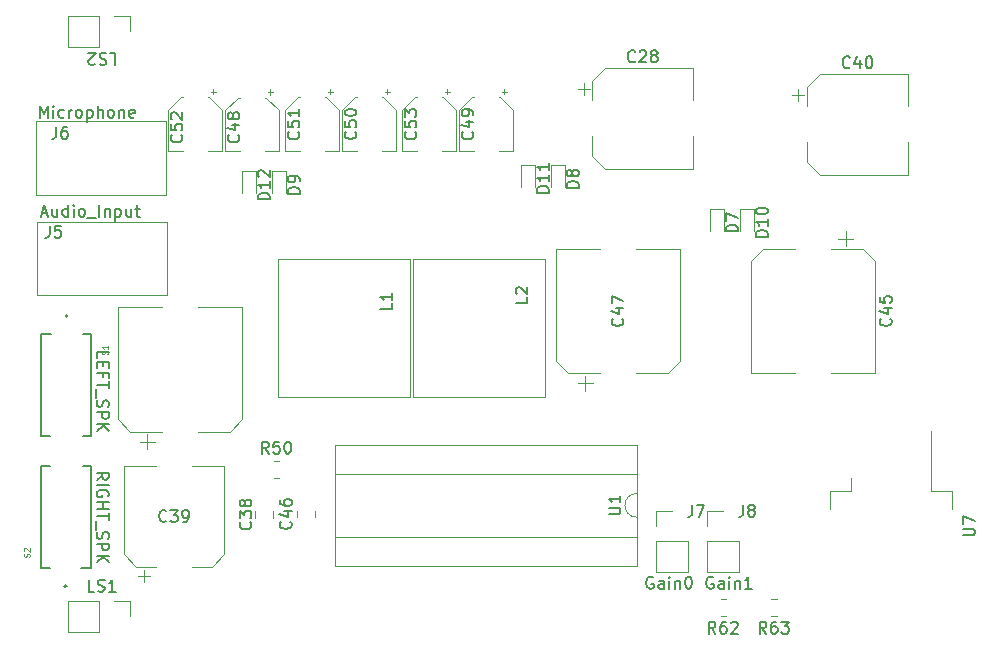
<source format=gbr>
%TF.GenerationSoftware,KiCad,Pcbnew,(5.1.7)-1*%
%TF.CreationDate,2020-12-20T22:11:26+02:00*%
%TF.ProjectId,SOUNDBOX,534f554e-4442-44f5-982e-6b696361645f,rev?*%
%TF.SameCoordinates,Original*%
%TF.FileFunction,Legend,Top*%
%TF.FilePolarity,Positive*%
%FSLAX46Y46*%
G04 Gerber Fmt 4.6, Leading zero omitted, Abs format (unit mm)*
G04 Created by KiCad (PCBNEW (5.1.7)-1) date 2020-12-20 22:11:26*
%MOMM*%
%LPD*%
G01*
G04 APERTURE LIST*
%ADD10C,0.150000*%
%ADD11C,0.120000*%
%ADD12C,0.200000*%
%ADD13C,0.127000*%
%ADD14C,0.015000*%
G04 APERTURE END LIST*
D10*
X51022761Y-124880666D02*
X51498952Y-124880666D01*
X50927523Y-125166380D02*
X51260857Y-124166380D01*
X51594190Y-125166380D01*
X52356095Y-124499714D02*
X52356095Y-125166380D01*
X51927523Y-124499714D02*
X51927523Y-125023523D01*
X51975142Y-125118761D01*
X52070380Y-125166380D01*
X52213238Y-125166380D01*
X52308476Y-125118761D01*
X52356095Y-125071142D01*
X53260857Y-125166380D02*
X53260857Y-124166380D01*
X53260857Y-125118761D02*
X53165619Y-125166380D01*
X52975142Y-125166380D01*
X52879904Y-125118761D01*
X52832285Y-125071142D01*
X52784666Y-124975904D01*
X52784666Y-124690190D01*
X52832285Y-124594952D01*
X52879904Y-124547333D01*
X52975142Y-124499714D01*
X53165619Y-124499714D01*
X53260857Y-124547333D01*
X53737047Y-125166380D02*
X53737047Y-124499714D01*
X53737047Y-124166380D02*
X53689428Y-124214000D01*
X53737047Y-124261619D01*
X53784666Y-124214000D01*
X53737047Y-124166380D01*
X53737047Y-124261619D01*
X54356095Y-125166380D02*
X54260857Y-125118761D01*
X54213238Y-125071142D01*
X54165619Y-124975904D01*
X54165619Y-124690190D01*
X54213238Y-124594952D01*
X54260857Y-124547333D01*
X54356095Y-124499714D01*
X54498952Y-124499714D01*
X54594190Y-124547333D01*
X54641809Y-124594952D01*
X54689428Y-124690190D01*
X54689428Y-124975904D01*
X54641809Y-125071142D01*
X54594190Y-125118761D01*
X54498952Y-125166380D01*
X54356095Y-125166380D01*
X54879904Y-125261619D02*
X55641809Y-125261619D01*
X55879904Y-125166380D02*
X55879904Y-124166380D01*
X56356095Y-124499714D02*
X56356095Y-125166380D01*
X56356095Y-124594952D02*
X56403714Y-124547333D01*
X56498952Y-124499714D01*
X56641809Y-124499714D01*
X56737047Y-124547333D01*
X56784666Y-124642571D01*
X56784666Y-125166380D01*
X57260857Y-124499714D02*
X57260857Y-125499714D01*
X57260857Y-124547333D02*
X57356095Y-124499714D01*
X57546571Y-124499714D01*
X57641809Y-124547333D01*
X57689428Y-124594952D01*
X57737047Y-124690190D01*
X57737047Y-124975904D01*
X57689428Y-125071142D01*
X57641809Y-125118761D01*
X57546571Y-125166380D01*
X57356095Y-125166380D01*
X57260857Y-125118761D01*
X58594190Y-124499714D02*
X58594190Y-125166380D01*
X58165619Y-124499714D02*
X58165619Y-125023523D01*
X58213238Y-125118761D01*
X58308476Y-125166380D01*
X58451333Y-125166380D01*
X58546571Y-125118761D01*
X58594190Y-125071142D01*
X58927523Y-124499714D02*
X59308476Y-124499714D01*
X59070380Y-124166380D02*
X59070380Y-125023523D01*
X59118000Y-125118761D01*
X59213238Y-125166380D01*
X59308476Y-125166380D01*
X50864000Y-116784380D02*
X50864000Y-115784380D01*
X51197333Y-116498666D01*
X51530666Y-115784380D01*
X51530666Y-116784380D01*
X52006857Y-116784380D02*
X52006857Y-116117714D01*
X52006857Y-115784380D02*
X51959238Y-115832000D01*
X52006857Y-115879619D01*
X52054476Y-115832000D01*
X52006857Y-115784380D01*
X52006857Y-115879619D01*
X52911619Y-116736761D02*
X52816380Y-116784380D01*
X52625904Y-116784380D01*
X52530666Y-116736761D01*
X52483047Y-116689142D01*
X52435428Y-116593904D01*
X52435428Y-116308190D01*
X52483047Y-116212952D01*
X52530666Y-116165333D01*
X52625904Y-116117714D01*
X52816380Y-116117714D01*
X52911619Y-116165333D01*
X53340190Y-116784380D02*
X53340190Y-116117714D01*
X53340190Y-116308190D02*
X53387809Y-116212952D01*
X53435428Y-116165333D01*
X53530666Y-116117714D01*
X53625904Y-116117714D01*
X54102095Y-116784380D02*
X54006857Y-116736761D01*
X53959238Y-116689142D01*
X53911619Y-116593904D01*
X53911619Y-116308190D01*
X53959238Y-116212952D01*
X54006857Y-116165333D01*
X54102095Y-116117714D01*
X54244952Y-116117714D01*
X54340190Y-116165333D01*
X54387809Y-116212952D01*
X54435428Y-116308190D01*
X54435428Y-116593904D01*
X54387809Y-116689142D01*
X54340190Y-116736761D01*
X54244952Y-116784380D01*
X54102095Y-116784380D01*
X54864000Y-116117714D02*
X54864000Y-117117714D01*
X54864000Y-116165333D02*
X54959238Y-116117714D01*
X55149714Y-116117714D01*
X55244952Y-116165333D01*
X55292571Y-116212952D01*
X55340190Y-116308190D01*
X55340190Y-116593904D01*
X55292571Y-116689142D01*
X55244952Y-116736761D01*
X55149714Y-116784380D01*
X54959238Y-116784380D01*
X54864000Y-116736761D01*
X55768761Y-116784380D02*
X55768761Y-115784380D01*
X56197333Y-116784380D02*
X56197333Y-116260571D01*
X56149714Y-116165333D01*
X56054476Y-116117714D01*
X55911619Y-116117714D01*
X55816380Y-116165333D01*
X55768761Y-116212952D01*
X56816380Y-116784380D02*
X56721142Y-116736761D01*
X56673523Y-116689142D01*
X56625904Y-116593904D01*
X56625904Y-116308190D01*
X56673523Y-116212952D01*
X56721142Y-116165333D01*
X56816380Y-116117714D01*
X56959238Y-116117714D01*
X57054476Y-116165333D01*
X57102095Y-116212952D01*
X57149714Y-116308190D01*
X57149714Y-116593904D01*
X57102095Y-116689142D01*
X57054476Y-116736761D01*
X56959238Y-116784380D01*
X56816380Y-116784380D01*
X57578285Y-116117714D02*
X57578285Y-116784380D01*
X57578285Y-116212952D02*
X57625904Y-116165333D01*
X57721142Y-116117714D01*
X57864000Y-116117714D01*
X57959238Y-116165333D01*
X58006857Y-116260571D01*
X58006857Y-116784380D01*
X58864000Y-116736761D02*
X58768761Y-116784380D01*
X58578285Y-116784380D01*
X58483047Y-116736761D01*
X58435428Y-116641523D01*
X58435428Y-116260571D01*
X58483047Y-116165333D01*
X58578285Y-116117714D01*
X58768761Y-116117714D01*
X58864000Y-116165333D01*
X58911619Y-116260571D01*
X58911619Y-116355809D01*
X58435428Y-116451047D01*
X55681619Y-147431523D02*
X56157809Y-147098190D01*
X55681619Y-146860095D02*
X56681619Y-146860095D01*
X56681619Y-147241047D01*
X56634000Y-147336285D01*
X56586380Y-147383904D01*
X56491142Y-147431523D01*
X56348285Y-147431523D01*
X56253047Y-147383904D01*
X56205428Y-147336285D01*
X56157809Y-147241047D01*
X56157809Y-146860095D01*
X55681619Y-147860095D02*
X56681619Y-147860095D01*
X56634000Y-148860095D02*
X56681619Y-148764857D01*
X56681619Y-148622000D01*
X56634000Y-148479142D01*
X56538761Y-148383904D01*
X56443523Y-148336285D01*
X56253047Y-148288666D01*
X56110190Y-148288666D01*
X55919714Y-148336285D01*
X55824476Y-148383904D01*
X55729238Y-148479142D01*
X55681619Y-148622000D01*
X55681619Y-148717238D01*
X55729238Y-148860095D01*
X55776857Y-148907714D01*
X56110190Y-148907714D01*
X56110190Y-148717238D01*
X55681619Y-149336285D02*
X56681619Y-149336285D01*
X56205428Y-149336285D02*
X56205428Y-149907714D01*
X55681619Y-149907714D02*
X56681619Y-149907714D01*
X56681619Y-150241047D02*
X56681619Y-150812476D01*
X55681619Y-150526761D02*
X56681619Y-150526761D01*
X55586380Y-150907714D02*
X55586380Y-151669619D01*
X55729238Y-151860095D02*
X55681619Y-152002952D01*
X55681619Y-152241047D01*
X55729238Y-152336285D01*
X55776857Y-152383904D01*
X55872095Y-152431523D01*
X55967333Y-152431523D01*
X56062571Y-152383904D01*
X56110190Y-152336285D01*
X56157809Y-152241047D01*
X56205428Y-152050571D01*
X56253047Y-151955333D01*
X56300666Y-151907714D01*
X56395904Y-151860095D01*
X56491142Y-151860095D01*
X56586380Y-151907714D01*
X56634000Y-151955333D01*
X56681619Y-152050571D01*
X56681619Y-152288666D01*
X56634000Y-152431523D01*
X55681619Y-152860095D02*
X56681619Y-152860095D01*
X56681619Y-153241047D01*
X56634000Y-153336285D01*
X56586380Y-153383904D01*
X56491142Y-153431523D01*
X56348285Y-153431523D01*
X56253047Y-153383904D01*
X56205428Y-153336285D01*
X56157809Y-153241047D01*
X56157809Y-152860095D01*
X55681619Y-153860095D02*
X56681619Y-153860095D01*
X55681619Y-154431523D02*
X56253047Y-154002952D01*
X56681619Y-154431523D02*
X56110190Y-153860095D01*
X55681619Y-137144476D02*
X55681619Y-136668285D01*
X56681619Y-136668285D01*
X56205428Y-137477809D02*
X56205428Y-137811142D01*
X55681619Y-137954000D02*
X55681619Y-137477809D01*
X56681619Y-137477809D01*
X56681619Y-137954000D01*
X56205428Y-138715904D02*
X56205428Y-138382571D01*
X55681619Y-138382571D02*
X56681619Y-138382571D01*
X56681619Y-138858761D01*
X56681619Y-139096857D02*
X56681619Y-139668285D01*
X55681619Y-139382571D02*
X56681619Y-139382571D01*
X55586380Y-139763523D02*
X55586380Y-140525428D01*
X55729238Y-140715904D02*
X55681619Y-140858761D01*
X55681619Y-141096857D01*
X55729238Y-141192095D01*
X55776857Y-141239714D01*
X55872095Y-141287333D01*
X55967333Y-141287333D01*
X56062571Y-141239714D01*
X56110190Y-141192095D01*
X56157809Y-141096857D01*
X56205428Y-140906380D01*
X56253047Y-140811142D01*
X56300666Y-140763523D01*
X56395904Y-140715904D01*
X56491142Y-140715904D01*
X56586380Y-140763523D01*
X56634000Y-140811142D01*
X56681619Y-140906380D01*
X56681619Y-141144476D01*
X56634000Y-141287333D01*
X55681619Y-141715904D02*
X56681619Y-141715904D01*
X56681619Y-142096857D01*
X56634000Y-142192095D01*
X56586380Y-142239714D01*
X56491142Y-142287333D01*
X56348285Y-142287333D01*
X56253047Y-142239714D01*
X56205428Y-142192095D01*
X56157809Y-142096857D01*
X56157809Y-141715904D01*
X55681619Y-142715904D02*
X56681619Y-142715904D01*
X55681619Y-143287333D02*
X56253047Y-142858761D01*
X56681619Y-143287333D02*
X56110190Y-142715904D01*
X107862857Y-155710000D02*
X107767619Y-155662380D01*
X107624761Y-155662380D01*
X107481904Y-155710000D01*
X107386666Y-155805238D01*
X107339047Y-155900476D01*
X107291428Y-156090952D01*
X107291428Y-156233809D01*
X107339047Y-156424285D01*
X107386666Y-156519523D01*
X107481904Y-156614761D01*
X107624761Y-156662380D01*
X107720000Y-156662380D01*
X107862857Y-156614761D01*
X107910476Y-156567142D01*
X107910476Y-156233809D01*
X107720000Y-156233809D01*
X108767619Y-156662380D02*
X108767619Y-156138571D01*
X108720000Y-156043333D01*
X108624761Y-155995714D01*
X108434285Y-155995714D01*
X108339047Y-156043333D01*
X108767619Y-156614761D02*
X108672380Y-156662380D01*
X108434285Y-156662380D01*
X108339047Y-156614761D01*
X108291428Y-156519523D01*
X108291428Y-156424285D01*
X108339047Y-156329047D01*
X108434285Y-156281428D01*
X108672380Y-156281428D01*
X108767619Y-156233809D01*
X109243809Y-156662380D02*
X109243809Y-155995714D01*
X109243809Y-155662380D02*
X109196190Y-155710000D01*
X109243809Y-155757619D01*
X109291428Y-155710000D01*
X109243809Y-155662380D01*
X109243809Y-155757619D01*
X109720000Y-155995714D02*
X109720000Y-156662380D01*
X109720000Y-156090952D02*
X109767619Y-156043333D01*
X109862857Y-155995714D01*
X110005714Y-155995714D01*
X110100952Y-156043333D01*
X110148571Y-156138571D01*
X110148571Y-156662380D01*
X111148571Y-156662380D02*
X110577142Y-156662380D01*
X110862857Y-156662380D02*
X110862857Y-155662380D01*
X110767619Y-155805238D01*
X110672380Y-155900476D01*
X110577142Y-155948095D01*
X102782857Y-155710000D02*
X102687619Y-155662380D01*
X102544761Y-155662380D01*
X102401904Y-155710000D01*
X102306666Y-155805238D01*
X102259047Y-155900476D01*
X102211428Y-156090952D01*
X102211428Y-156233809D01*
X102259047Y-156424285D01*
X102306666Y-156519523D01*
X102401904Y-156614761D01*
X102544761Y-156662380D01*
X102640000Y-156662380D01*
X102782857Y-156614761D01*
X102830476Y-156567142D01*
X102830476Y-156233809D01*
X102640000Y-156233809D01*
X103687619Y-156662380D02*
X103687619Y-156138571D01*
X103640000Y-156043333D01*
X103544761Y-155995714D01*
X103354285Y-155995714D01*
X103259047Y-156043333D01*
X103687619Y-156614761D02*
X103592380Y-156662380D01*
X103354285Y-156662380D01*
X103259047Y-156614761D01*
X103211428Y-156519523D01*
X103211428Y-156424285D01*
X103259047Y-156329047D01*
X103354285Y-156281428D01*
X103592380Y-156281428D01*
X103687619Y-156233809D01*
X104163809Y-156662380D02*
X104163809Y-155995714D01*
X104163809Y-155662380D02*
X104116190Y-155710000D01*
X104163809Y-155757619D01*
X104211428Y-155710000D01*
X104163809Y-155662380D01*
X104163809Y-155757619D01*
X104640000Y-155995714D02*
X104640000Y-156662380D01*
X104640000Y-156090952D02*
X104687619Y-156043333D01*
X104782857Y-155995714D01*
X104925714Y-155995714D01*
X105020952Y-156043333D01*
X105068571Y-156138571D01*
X105068571Y-156662380D01*
X105735238Y-155662380D02*
X105830476Y-155662380D01*
X105925714Y-155710000D01*
X105973333Y-155757619D01*
X106020952Y-155852857D01*
X106068571Y-156043333D01*
X106068571Y-156281428D01*
X106020952Y-156471904D01*
X105973333Y-156567142D01*
X105925714Y-156614761D01*
X105830476Y-156662380D01*
X105735238Y-156662380D01*
X105640000Y-156614761D01*
X105592380Y-156567142D01*
X105544761Y-156471904D01*
X105497142Y-156281428D01*
X105497142Y-156043333D01*
X105544761Y-155852857D01*
X105592380Y-155757619D01*
X105640000Y-155710000D01*
X105735238Y-155662380D01*
D11*
%TO.C,R50*%
X71109064Y-147293000D02*
X70654936Y-147293000D01*
X71109064Y-145823000D02*
X70654936Y-145823000D01*
%TO.C,C39*%
X66490000Y-146310000D02*
X63740000Y-146310000D01*
X57970000Y-146310000D02*
X60720000Y-146310000D01*
X57970000Y-153765563D02*
X57970000Y-146310000D01*
X66490000Y-153765563D02*
X66490000Y-146310000D01*
X65425563Y-154830000D02*
X63740000Y-154830000D01*
X59034437Y-154830000D02*
X60720000Y-154830000D01*
X59034437Y-154830000D02*
X57970000Y-153765563D01*
X65425563Y-154830000D02*
X66490000Y-153765563D01*
X59720000Y-156070000D02*
X59720000Y-155070000D01*
X59220000Y-155570000D02*
X60220000Y-155570000D01*
%TO.C,C40*%
X115090000Y-114338000D02*
X115090000Y-115338000D01*
X114590000Y-114838000D02*
X115590000Y-114838000D01*
X115830000Y-120543563D02*
X116894437Y-121608000D01*
X115830000Y-114152437D02*
X116894437Y-113088000D01*
X115830000Y-114152437D02*
X115830000Y-115838000D01*
X115830000Y-120543563D02*
X115830000Y-118858000D01*
X116894437Y-121608000D02*
X124350000Y-121608000D01*
X116894437Y-113088000D02*
X124350000Y-113088000D01*
X124350000Y-113088000D02*
X124350000Y-115838000D01*
X124350000Y-121608000D02*
X124350000Y-118858000D01*
%TO.C,U7*%
X119546000Y-148434000D02*
X119546000Y-147334000D01*
X117736000Y-148434000D02*
X119546000Y-148434000D01*
X117736000Y-149934000D02*
X117736000Y-148434000D01*
X126326000Y-148434000D02*
X126326000Y-143309000D01*
X128136000Y-148434000D02*
X126326000Y-148434000D01*
X128136000Y-149934000D02*
X128136000Y-148434000D01*
%TO.C,L2*%
X82423000Y-140462000D02*
X82423000Y-128778000D01*
X82423000Y-128778000D02*
X93599000Y-128778000D01*
X93599000Y-128778000D02*
X93599000Y-140462000D01*
X93599000Y-140462000D02*
X82423000Y-140462000D01*
%TO.C,C47*%
X96437000Y-139285000D02*
X97687000Y-139285000D01*
X97062000Y-139910000D02*
X97062000Y-138660000D01*
X104017563Y-138420000D02*
X105082000Y-137355563D01*
X95626437Y-138420000D02*
X94562000Y-137355563D01*
X95626437Y-138420000D02*
X98312000Y-138420000D01*
X104017563Y-138420000D02*
X101332000Y-138420000D01*
X105082000Y-137355563D02*
X105082000Y-127900000D01*
X94562000Y-137355563D02*
X94562000Y-127900000D01*
X94562000Y-127900000D02*
X98312000Y-127900000D01*
X105082000Y-127900000D02*
X101332000Y-127900000D01*
%TO.C,C28*%
X106166000Y-121100000D02*
X106166000Y-118350000D01*
X106166000Y-112580000D02*
X106166000Y-115330000D01*
X98710437Y-112580000D02*
X106166000Y-112580000D01*
X98710437Y-121100000D02*
X106166000Y-121100000D01*
X97646000Y-120035563D02*
X97646000Y-118350000D01*
X97646000Y-113644437D02*
X97646000Y-115330000D01*
X97646000Y-113644437D02*
X98710437Y-112580000D01*
X97646000Y-120035563D02*
X98710437Y-121100000D01*
X96406000Y-114330000D02*
X97406000Y-114330000D01*
X96906000Y-113830000D02*
X96906000Y-114830000D01*
%TO.C,C36*%
X67998000Y-132852000D02*
X64248000Y-132852000D01*
X57478000Y-132852000D02*
X61228000Y-132852000D01*
X57478000Y-142307563D02*
X57478000Y-132852000D01*
X67998000Y-142307563D02*
X67998000Y-132852000D01*
X66933563Y-143372000D02*
X64248000Y-143372000D01*
X58542437Y-143372000D02*
X61228000Y-143372000D01*
X58542437Y-143372000D02*
X57478000Y-142307563D01*
X66933563Y-143372000D02*
X67998000Y-142307563D01*
X59978000Y-144862000D02*
X59978000Y-143612000D01*
X59353000Y-144237000D02*
X60603000Y-144237000D01*
%TO.C,C38*%
X70585000Y-150128248D02*
X70585000Y-150650752D01*
X69115000Y-150128248D02*
X69115000Y-150650752D01*
%TO.C,C46*%
X72671000Y-150607752D02*
X72671000Y-150085248D01*
X74141000Y-150607752D02*
X74141000Y-150085248D01*
%TO.C,J5*%
X50636000Y-125598000D02*
X61626000Y-125598000D01*
X61616000Y-131798000D02*
X50636000Y-131798000D01*
X50636000Y-131798000D02*
X50636000Y-125598000D01*
X61626000Y-125598000D02*
X61626000Y-131798000D01*
%TO.C,LS1*%
X53280000Y-157674000D02*
X53280000Y-160334000D01*
X55880000Y-157674000D02*
X53280000Y-157674000D01*
X55880000Y-160334000D02*
X53280000Y-160334000D01*
X55880000Y-157674000D02*
X55880000Y-160334000D01*
X57150000Y-157674000D02*
X58480000Y-157674000D01*
X58480000Y-157674000D02*
X58480000Y-159004000D01*
%TO.C,LS2*%
X58480000Y-108144000D02*
X58480000Y-109474000D01*
X57150000Y-108144000D02*
X58480000Y-108144000D01*
X55880000Y-108144000D02*
X55880000Y-110804000D01*
X55880000Y-110804000D02*
X53280000Y-110804000D01*
X55880000Y-108144000D02*
X53280000Y-108144000D01*
X53280000Y-108144000D02*
X53280000Y-110804000D01*
D12*
%TO.C,S1*%
X53236000Y-133596000D02*
G75*
G03*
X53236000Y-133596000I-100000J0D01*
G01*
D13*
X55236000Y-135146000D02*
X54486000Y-135146000D01*
X55236000Y-143746000D02*
X55236000Y-135146000D01*
X54486000Y-143746000D02*
X55236000Y-143746000D01*
X50936000Y-143746000D02*
X51686000Y-143746000D01*
X50936000Y-135146000D02*
X50936000Y-143746000D01*
X51786000Y-135146000D02*
X50936000Y-135146000D01*
%TO.C,S2*%
X54386000Y-154922000D02*
X55236000Y-154922000D01*
X55236000Y-154922000D02*
X55236000Y-146322000D01*
X55236000Y-146322000D02*
X54486000Y-146322000D01*
X51686000Y-146322000D02*
X50936000Y-146322000D01*
X50936000Y-146322000D02*
X50936000Y-154922000D01*
X50936000Y-154922000D02*
X51686000Y-154922000D01*
D12*
X53136000Y-156472000D02*
G75*
G03*
X53136000Y-156472000I-100000J0D01*
G01*
D11*
%TO.C,U1*%
X101466000Y-154746000D02*
X101466000Y-144466000D01*
X75826000Y-154746000D02*
X101466000Y-154746000D01*
X75826000Y-144466000D02*
X75826000Y-154746000D01*
X101466000Y-144466000D02*
X75826000Y-144466000D01*
X101406000Y-152256000D02*
X101406000Y-150606000D01*
X75886000Y-152256000D02*
X101406000Y-152256000D01*
X75886000Y-146956000D02*
X75886000Y-152256000D01*
X101406000Y-146956000D02*
X75886000Y-146956000D01*
X101406000Y-148606000D02*
X101406000Y-146956000D01*
X101406000Y-150606000D02*
G75*
G02*
X101406000Y-148606000I0J1000000D01*
G01*
%TO.C,L1*%
X70993000Y-128778000D02*
X82169000Y-128778000D01*
X70993000Y-140462000D02*
X70993000Y-128778000D01*
X82169000Y-140462000D02*
X70993000Y-140462000D01*
X82169000Y-128778000D02*
X82169000Y-140462000D01*
%TO.C,C45*%
X119717000Y-127035000D02*
X118467000Y-127035000D01*
X119092000Y-126410000D02*
X119092000Y-127660000D01*
X112136437Y-127900000D02*
X111072000Y-128964437D01*
X120527563Y-127900000D02*
X121592000Y-128964437D01*
X120527563Y-127900000D02*
X117842000Y-127900000D01*
X112136437Y-127900000D02*
X114822000Y-127900000D01*
X111072000Y-128964437D02*
X111072000Y-138420000D01*
X121592000Y-128964437D02*
X121592000Y-138420000D01*
X121592000Y-138420000D02*
X117842000Y-138420000D01*
X111072000Y-138420000D02*
X114822000Y-138420000D01*
%TO.C,C48*%
X70644000Y-114598000D02*
X70144000Y-114598000D01*
X70394000Y-114348000D02*
X70394000Y-114848000D01*
X67638437Y-115088000D02*
X66574000Y-116152437D01*
X70029563Y-115088000D02*
X71094000Y-116152437D01*
X70029563Y-115088000D02*
X69894000Y-115088000D01*
X67638437Y-115088000D02*
X67774000Y-115088000D01*
X66574000Y-116152437D02*
X66574000Y-119608000D01*
X71094000Y-116152437D02*
X71094000Y-119608000D01*
X71094000Y-119608000D02*
X69894000Y-119608000D01*
X66574000Y-119608000D02*
X67774000Y-119608000D01*
%TO.C,C49*%
X90456000Y-114576000D02*
X89956000Y-114576000D01*
X90206000Y-114326000D02*
X90206000Y-114826000D01*
X87450437Y-115066000D02*
X86386000Y-116130437D01*
X89841563Y-115066000D02*
X90906000Y-116130437D01*
X89841563Y-115066000D02*
X89706000Y-115066000D01*
X87450437Y-115066000D02*
X87586000Y-115066000D01*
X86386000Y-116130437D02*
X86386000Y-119586000D01*
X90906000Y-116130437D02*
X90906000Y-119586000D01*
X90906000Y-119586000D02*
X89706000Y-119586000D01*
X86386000Y-119586000D02*
X87586000Y-119586000D01*
%TO.C,C50*%
X80550000Y-114576000D02*
X80050000Y-114576000D01*
X80300000Y-114326000D02*
X80300000Y-114826000D01*
X77544437Y-115066000D02*
X76480000Y-116130437D01*
X79935563Y-115066000D02*
X81000000Y-116130437D01*
X79935563Y-115066000D02*
X79800000Y-115066000D01*
X77544437Y-115066000D02*
X77680000Y-115066000D01*
X76480000Y-116130437D02*
X76480000Y-119586000D01*
X81000000Y-116130437D02*
X81000000Y-119586000D01*
X81000000Y-119586000D02*
X79800000Y-119586000D01*
X76480000Y-119586000D02*
X77680000Y-119586000D01*
%TO.C,C51*%
X71654000Y-119586000D02*
X72854000Y-119586000D01*
X76174000Y-119586000D02*
X74974000Y-119586000D01*
X76174000Y-116130437D02*
X76174000Y-119586000D01*
X71654000Y-116130437D02*
X71654000Y-119586000D01*
X72718437Y-115066000D02*
X72854000Y-115066000D01*
X75109563Y-115066000D02*
X74974000Y-115066000D01*
X75109563Y-115066000D02*
X76174000Y-116130437D01*
X72718437Y-115066000D02*
X71654000Y-116130437D01*
X75474000Y-114326000D02*
X75474000Y-114826000D01*
X75724000Y-114576000D02*
X75224000Y-114576000D01*
%TO.C,C52*%
X61748000Y-119586000D02*
X62948000Y-119586000D01*
X66268000Y-119586000D02*
X65068000Y-119586000D01*
X66268000Y-116130437D02*
X66268000Y-119586000D01*
X61748000Y-116130437D02*
X61748000Y-119586000D01*
X62812437Y-115066000D02*
X62948000Y-115066000D01*
X65203563Y-115066000D02*
X65068000Y-115066000D01*
X65203563Y-115066000D02*
X66268000Y-116130437D01*
X62812437Y-115066000D02*
X61748000Y-116130437D01*
X65568000Y-114326000D02*
X65568000Y-114826000D01*
X65818000Y-114576000D02*
X65318000Y-114576000D01*
%TO.C,C53*%
X81560000Y-119586000D02*
X82760000Y-119586000D01*
X86080000Y-119586000D02*
X84880000Y-119586000D01*
X86080000Y-116130437D02*
X86080000Y-119586000D01*
X81560000Y-116130437D02*
X81560000Y-119586000D01*
X82624437Y-115066000D02*
X82760000Y-115066000D01*
X85015563Y-115066000D02*
X84880000Y-115066000D01*
X85015563Y-115066000D02*
X86080000Y-116130437D01*
X82624437Y-115066000D02*
X81560000Y-116130437D01*
X85380000Y-114326000D02*
X85380000Y-114826000D01*
X85630000Y-114576000D02*
X85130000Y-114576000D01*
%TO.C,J7*%
X103064000Y-150054000D02*
X104394000Y-150054000D01*
X103064000Y-151384000D02*
X103064000Y-150054000D01*
X103064000Y-152654000D02*
X105724000Y-152654000D01*
X105724000Y-152654000D02*
X105724000Y-155254000D01*
X103064000Y-152654000D02*
X103064000Y-155254000D01*
X103064000Y-155254000D02*
X105724000Y-155254000D01*
%TO.C,J8*%
X107382000Y-155254000D02*
X110042000Y-155254000D01*
X107382000Y-152654000D02*
X107382000Y-155254000D01*
X110042000Y-152654000D02*
X110042000Y-155254000D01*
X107382000Y-152654000D02*
X110042000Y-152654000D01*
X107382000Y-151384000D02*
X107382000Y-150054000D01*
X107382000Y-150054000D02*
X108712000Y-150054000D01*
%TO.C,R62*%
X108955064Y-158977000D02*
X108500936Y-158977000D01*
X108955064Y-157507000D02*
X108500936Y-157507000D01*
%TO.C,R63*%
X112786936Y-158977000D02*
X113241064Y-158977000D01*
X112786936Y-157507000D02*
X113241064Y-157507000D01*
%TO.C,J6*%
X61570000Y-117100000D02*
X61570000Y-123300000D01*
X50580000Y-123300000D02*
X50580000Y-117100000D01*
X61560000Y-123300000D02*
X50580000Y-123300000D01*
X50580000Y-117100000D02*
X61570000Y-117100000D01*
%TO.C,D7*%
X108804000Y-124518000D02*
X107604000Y-124518000D01*
X108804000Y-126368000D02*
X108804000Y-124518000D01*
X107604000Y-126368000D02*
X107604000Y-124518000D01*
%TO.C,D8*%
X95342000Y-120832000D02*
X94142000Y-120832000D01*
X95342000Y-122682000D02*
X95342000Y-120832000D01*
X94142000Y-122682000D02*
X94142000Y-120832000D01*
%TO.C,D9*%
X71720000Y-121340000D02*
X70520000Y-121340000D01*
X71720000Y-123190000D02*
X71720000Y-121340000D01*
X70520000Y-123190000D02*
X70520000Y-121340000D01*
%TO.C,D10*%
X110144000Y-126368000D02*
X110144000Y-124518000D01*
X111344000Y-126368000D02*
X111344000Y-124518000D01*
X111344000Y-124518000D02*
X110144000Y-124518000D01*
%TO.C,D11*%
X92802000Y-120770000D02*
X91602000Y-120770000D01*
X92802000Y-122620000D02*
X92802000Y-120770000D01*
X91602000Y-122620000D02*
X91602000Y-120770000D01*
%TO.C,D12*%
X69180000Y-121340000D02*
X67980000Y-121340000D01*
X69180000Y-123190000D02*
X69180000Y-121340000D01*
X67980000Y-123190000D02*
X67980000Y-121340000D01*
%TO.C,R50*%
D10*
X70239142Y-145232380D02*
X69905809Y-144756190D01*
X69667714Y-145232380D02*
X69667714Y-144232380D01*
X70048666Y-144232380D01*
X70143904Y-144280000D01*
X70191523Y-144327619D01*
X70239142Y-144422857D01*
X70239142Y-144565714D01*
X70191523Y-144660952D01*
X70143904Y-144708571D01*
X70048666Y-144756190D01*
X69667714Y-144756190D01*
X71143904Y-144232380D02*
X70667714Y-144232380D01*
X70620095Y-144708571D01*
X70667714Y-144660952D01*
X70762952Y-144613333D01*
X71001047Y-144613333D01*
X71096285Y-144660952D01*
X71143904Y-144708571D01*
X71191523Y-144803809D01*
X71191523Y-145041904D01*
X71143904Y-145137142D01*
X71096285Y-145184761D01*
X71001047Y-145232380D01*
X70762952Y-145232380D01*
X70667714Y-145184761D01*
X70620095Y-145137142D01*
X71810571Y-144232380D02*
X71905809Y-144232380D01*
X72001047Y-144280000D01*
X72048666Y-144327619D01*
X72096285Y-144422857D01*
X72143904Y-144613333D01*
X72143904Y-144851428D01*
X72096285Y-145041904D01*
X72048666Y-145137142D01*
X72001047Y-145184761D01*
X71905809Y-145232380D01*
X71810571Y-145232380D01*
X71715333Y-145184761D01*
X71667714Y-145137142D01*
X71620095Y-145041904D01*
X71572476Y-144851428D01*
X71572476Y-144613333D01*
X71620095Y-144422857D01*
X71667714Y-144327619D01*
X71715333Y-144280000D01*
X71810571Y-144232380D01*
%TO.C,C39*%
X61587142Y-150927142D02*
X61539523Y-150974761D01*
X61396666Y-151022380D01*
X61301428Y-151022380D01*
X61158571Y-150974761D01*
X61063333Y-150879523D01*
X61015714Y-150784285D01*
X60968095Y-150593809D01*
X60968095Y-150450952D01*
X61015714Y-150260476D01*
X61063333Y-150165238D01*
X61158571Y-150070000D01*
X61301428Y-150022380D01*
X61396666Y-150022380D01*
X61539523Y-150070000D01*
X61587142Y-150117619D01*
X61920476Y-150022380D02*
X62539523Y-150022380D01*
X62206190Y-150403333D01*
X62349047Y-150403333D01*
X62444285Y-150450952D01*
X62491904Y-150498571D01*
X62539523Y-150593809D01*
X62539523Y-150831904D01*
X62491904Y-150927142D01*
X62444285Y-150974761D01*
X62349047Y-151022380D01*
X62063333Y-151022380D01*
X61968095Y-150974761D01*
X61920476Y-150927142D01*
X63015714Y-151022380D02*
X63206190Y-151022380D01*
X63301428Y-150974761D01*
X63349047Y-150927142D01*
X63444285Y-150784285D01*
X63491904Y-150593809D01*
X63491904Y-150212857D01*
X63444285Y-150117619D01*
X63396666Y-150070000D01*
X63301428Y-150022380D01*
X63110952Y-150022380D01*
X63015714Y-150070000D01*
X62968095Y-150117619D01*
X62920476Y-150212857D01*
X62920476Y-150450952D01*
X62968095Y-150546190D01*
X63015714Y-150593809D01*
X63110952Y-150641428D01*
X63301428Y-150641428D01*
X63396666Y-150593809D01*
X63444285Y-150546190D01*
X63491904Y-150450952D01*
%TO.C,C40*%
X119447142Y-112505142D02*
X119399523Y-112552761D01*
X119256666Y-112600380D01*
X119161428Y-112600380D01*
X119018571Y-112552761D01*
X118923333Y-112457523D01*
X118875714Y-112362285D01*
X118828095Y-112171809D01*
X118828095Y-112028952D01*
X118875714Y-111838476D01*
X118923333Y-111743238D01*
X119018571Y-111648000D01*
X119161428Y-111600380D01*
X119256666Y-111600380D01*
X119399523Y-111648000D01*
X119447142Y-111695619D01*
X120304285Y-111933714D02*
X120304285Y-112600380D01*
X120066190Y-111552761D02*
X119828095Y-112267047D01*
X120447142Y-112267047D01*
X121018571Y-111600380D02*
X121113809Y-111600380D01*
X121209047Y-111648000D01*
X121256666Y-111695619D01*
X121304285Y-111790857D01*
X121351904Y-111981333D01*
X121351904Y-112219428D01*
X121304285Y-112409904D01*
X121256666Y-112505142D01*
X121209047Y-112552761D01*
X121113809Y-112600380D01*
X121018571Y-112600380D01*
X120923333Y-112552761D01*
X120875714Y-112505142D01*
X120828095Y-112409904D01*
X120780476Y-112219428D01*
X120780476Y-111981333D01*
X120828095Y-111790857D01*
X120875714Y-111695619D01*
X120923333Y-111648000D01*
X121018571Y-111600380D01*
%TO.C,U7*%
X129038380Y-152145904D02*
X129847904Y-152145904D01*
X129943142Y-152098285D01*
X129990761Y-152050666D01*
X130038380Y-151955428D01*
X130038380Y-151764952D01*
X129990761Y-151669714D01*
X129943142Y-151622095D01*
X129847904Y-151574476D01*
X129038380Y-151574476D01*
X129038380Y-151193523D02*
X129038380Y-150526857D01*
X130038380Y-150955428D01*
%TO.C,L2*%
X92146380Y-131992666D02*
X92146380Y-132468857D01*
X91146380Y-132468857D01*
X91241619Y-131706952D02*
X91194000Y-131659333D01*
X91146380Y-131564095D01*
X91146380Y-131326000D01*
X91194000Y-131230761D01*
X91241619Y-131183142D01*
X91336857Y-131135523D01*
X91432095Y-131135523D01*
X91574952Y-131183142D01*
X92146380Y-131754571D01*
X92146380Y-131135523D01*
%TO.C,C47*%
X100179142Y-133802857D02*
X100226761Y-133850476D01*
X100274380Y-133993333D01*
X100274380Y-134088571D01*
X100226761Y-134231428D01*
X100131523Y-134326666D01*
X100036285Y-134374285D01*
X99845809Y-134421904D01*
X99702952Y-134421904D01*
X99512476Y-134374285D01*
X99417238Y-134326666D01*
X99322000Y-134231428D01*
X99274380Y-134088571D01*
X99274380Y-133993333D01*
X99322000Y-133850476D01*
X99369619Y-133802857D01*
X99607714Y-132945714D02*
X100274380Y-132945714D01*
X99226761Y-133183809D02*
X99941047Y-133421904D01*
X99941047Y-132802857D01*
X99274380Y-132517142D02*
X99274380Y-131850476D01*
X100274380Y-132279047D01*
%TO.C,C28*%
X101263142Y-111997142D02*
X101215523Y-112044761D01*
X101072666Y-112092380D01*
X100977428Y-112092380D01*
X100834571Y-112044761D01*
X100739333Y-111949523D01*
X100691714Y-111854285D01*
X100644095Y-111663809D01*
X100644095Y-111520952D01*
X100691714Y-111330476D01*
X100739333Y-111235238D01*
X100834571Y-111140000D01*
X100977428Y-111092380D01*
X101072666Y-111092380D01*
X101215523Y-111140000D01*
X101263142Y-111187619D01*
X101644095Y-111187619D02*
X101691714Y-111140000D01*
X101786952Y-111092380D01*
X102025047Y-111092380D01*
X102120285Y-111140000D01*
X102167904Y-111187619D01*
X102215523Y-111282857D01*
X102215523Y-111378095D01*
X102167904Y-111520952D01*
X101596476Y-112092380D01*
X102215523Y-112092380D01*
X102786952Y-111520952D02*
X102691714Y-111473333D01*
X102644095Y-111425714D01*
X102596476Y-111330476D01*
X102596476Y-111282857D01*
X102644095Y-111187619D01*
X102691714Y-111140000D01*
X102786952Y-111092380D01*
X102977428Y-111092380D01*
X103072666Y-111140000D01*
X103120285Y-111187619D01*
X103167904Y-111282857D01*
X103167904Y-111330476D01*
X103120285Y-111425714D01*
X103072666Y-111473333D01*
X102977428Y-111520952D01*
X102786952Y-111520952D01*
X102691714Y-111568571D01*
X102644095Y-111616190D01*
X102596476Y-111711428D01*
X102596476Y-111901904D01*
X102644095Y-111997142D01*
X102691714Y-112044761D01*
X102786952Y-112092380D01*
X102977428Y-112092380D01*
X103072666Y-112044761D01*
X103120285Y-111997142D01*
X103167904Y-111901904D01*
X103167904Y-111711428D01*
X103120285Y-111616190D01*
X103072666Y-111568571D01*
X102977428Y-111520952D01*
%TO.C,C38*%
X68683142Y-151032357D02*
X68730761Y-151079976D01*
X68778380Y-151222833D01*
X68778380Y-151318071D01*
X68730761Y-151460928D01*
X68635523Y-151556166D01*
X68540285Y-151603785D01*
X68349809Y-151651404D01*
X68206952Y-151651404D01*
X68016476Y-151603785D01*
X67921238Y-151556166D01*
X67826000Y-151460928D01*
X67778380Y-151318071D01*
X67778380Y-151222833D01*
X67826000Y-151079976D01*
X67873619Y-151032357D01*
X67778380Y-150699023D02*
X67778380Y-150079976D01*
X68159333Y-150413309D01*
X68159333Y-150270452D01*
X68206952Y-150175214D01*
X68254571Y-150127595D01*
X68349809Y-150079976D01*
X68587904Y-150079976D01*
X68683142Y-150127595D01*
X68730761Y-150175214D01*
X68778380Y-150270452D01*
X68778380Y-150556166D01*
X68730761Y-150651404D01*
X68683142Y-150699023D01*
X68206952Y-149508547D02*
X68159333Y-149603785D01*
X68111714Y-149651404D01*
X68016476Y-149699023D01*
X67968857Y-149699023D01*
X67873619Y-149651404D01*
X67826000Y-149603785D01*
X67778380Y-149508547D01*
X67778380Y-149318071D01*
X67826000Y-149222833D01*
X67873619Y-149175214D01*
X67968857Y-149127595D01*
X68016476Y-149127595D01*
X68111714Y-149175214D01*
X68159333Y-149222833D01*
X68206952Y-149318071D01*
X68206952Y-149508547D01*
X68254571Y-149603785D01*
X68302190Y-149651404D01*
X68397428Y-149699023D01*
X68587904Y-149699023D01*
X68683142Y-149651404D01*
X68730761Y-149603785D01*
X68778380Y-149508547D01*
X68778380Y-149318071D01*
X68730761Y-149222833D01*
X68683142Y-149175214D01*
X68587904Y-149127595D01*
X68397428Y-149127595D01*
X68302190Y-149175214D01*
X68254571Y-149222833D01*
X68206952Y-149318071D01*
%TO.C,C46*%
X72083142Y-150989357D02*
X72130761Y-151036976D01*
X72178380Y-151179833D01*
X72178380Y-151275071D01*
X72130761Y-151417928D01*
X72035523Y-151513166D01*
X71940285Y-151560785D01*
X71749809Y-151608404D01*
X71606952Y-151608404D01*
X71416476Y-151560785D01*
X71321238Y-151513166D01*
X71226000Y-151417928D01*
X71178380Y-151275071D01*
X71178380Y-151179833D01*
X71226000Y-151036976D01*
X71273619Y-150989357D01*
X71511714Y-150132214D02*
X72178380Y-150132214D01*
X71130761Y-150370309D02*
X71845047Y-150608404D01*
X71845047Y-149989357D01*
X71178380Y-149179833D02*
X71178380Y-149370309D01*
X71226000Y-149465547D01*
X71273619Y-149513166D01*
X71416476Y-149608404D01*
X71606952Y-149656023D01*
X71987904Y-149656023D01*
X72083142Y-149608404D01*
X72130761Y-149560785D01*
X72178380Y-149465547D01*
X72178380Y-149275071D01*
X72130761Y-149179833D01*
X72083142Y-149132214D01*
X71987904Y-149084595D01*
X71749809Y-149084595D01*
X71654571Y-149132214D01*
X71606952Y-149179833D01*
X71559333Y-149275071D01*
X71559333Y-149465547D01*
X71606952Y-149560785D01*
X71654571Y-149608404D01*
X71749809Y-149656023D01*
%TO.C,J5*%
X51690666Y-125944380D02*
X51690666Y-126658666D01*
X51643047Y-126801523D01*
X51547809Y-126896761D01*
X51404952Y-126944380D01*
X51309714Y-126944380D01*
X52643047Y-125944380D02*
X52166857Y-125944380D01*
X52119238Y-126420571D01*
X52166857Y-126372952D01*
X52262095Y-126325333D01*
X52500190Y-126325333D01*
X52595428Y-126372952D01*
X52643047Y-126420571D01*
X52690666Y-126515809D01*
X52690666Y-126753904D01*
X52643047Y-126849142D01*
X52595428Y-126896761D01*
X52500190Y-126944380D01*
X52262095Y-126944380D01*
X52166857Y-126896761D01*
X52119238Y-126849142D01*
%TO.C,LS1*%
X55491142Y-156916380D02*
X55014952Y-156916380D01*
X55014952Y-155916380D01*
X55776857Y-156868761D02*
X55919714Y-156916380D01*
X56157809Y-156916380D01*
X56253047Y-156868761D01*
X56300666Y-156821142D01*
X56348285Y-156725904D01*
X56348285Y-156630666D01*
X56300666Y-156535428D01*
X56253047Y-156487809D01*
X56157809Y-156440190D01*
X55967333Y-156392571D01*
X55872095Y-156344952D01*
X55824476Y-156297333D01*
X55776857Y-156202095D01*
X55776857Y-156106857D01*
X55824476Y-156011619D01*
X55872095Y-155964000D01*
X55967333Y-155916380D01*
X56205428Y-155916380D01*
X56348285Y-155964000D01*
X57300666Y-156916380D02*
X56729238Y-156916380D01*
X57014952Y-156916380D02*
X57014952Y-155916380D01*
X56919714Y-156059238D01*
X56824476Y-156154476D01*
X56729238Y-156202095D01*
%TO.C,LS2*%
X56776857Y-111307619D02*
X57253047Y-111307619D01*
X57253047Y-112307619D01*
X56491142Y-111355238D02*
X56348285Y-111307619D01*
X56110190Y-111307619D01*
X56014952Y-111355238D01*
X55967333Y-111402857D01*
X55919714Y-111498095D01*
X55919714Y-111593333D01*
X55967333Y-111688571D01*
X56014952Y-111736190D01*
X56110190Y-111783809D01*
X56300666Y-111831428D01*
X56395904Y-111879047D01*
X56443523Y-111926666D01*
X56491142Y-112021904D01*
X56491142Y-112117142D01*
X56443523Y-112212380D01*
X56395904Y-112260000D01*
X56300666Y-112307619D01*
X56062571Y-112307619D01*
X55919714Y-112260000D01*
X55538761Y-112212380D02*
X55491142Y-112260000D01*
X55395904Y-112307619D01*
X55157809Y-112307619D01*
X55062571Y-112260000D01*
X55014952Y-112212380D01*
X54967333Y-112117142D01*
X54967333Y-112021904D01*
X55014952Y-111879047D01*
X55586380Y-111307619D01*
X54967333Y-111307619D01*
%TO.C,S1*%
D14*
X56585739Y-136835227D02*
X56608600Y-136766643D01*
X56608600Y-136652336D01*
X56585739Y-136606613D01*
X56562877Y-136583752D01*
X56517154Y-136560890D01*
X56471432Y-136560890D01*
X56425709Y-136583752D01*
X56402847Y-136606613D01*
X56379986Y-136652336D01*
X56357124Y-136743782D01*
X56334263Y-136789505D01*
X56311402Y-136812366D01*
X56265679Y-136835227D01*
X56219956Y-136835227D01*
X56174233Y-136812366D01*
X56151372Y-136789505D01*
X56128510Y-136743782D01*
X56128510Y-136629475D01*
X56151372Y-136560890D01*
X56608600Y-136103662D02*
X56608600Y-136377999D01*
X56608600Y-136240830D02*
X56128510Y-136240830D01*
X56197094Y-136286553D01*
X56242817Y-136332276D01*
X56265679Y-136377999D01*
%TO.C,S2*%
X49974905Y-153964337D02*
X49997766Y-153895753D01*
X49997766Y-153781446D01*
X49974905Y-153735723D01*
X49952043Y-153712862D01*
X49906320Y-153690000D01*
X49860598Y-153690000D01*
X49814875Y-153712862D01*
X49792013Y-153735723D01*
X49769152Y-153781446D01*
X49746290Y-153872892D01*
X49723429Y-153918615D01*
X49700568Y-153941476D01*
X49654845Y-153964337D01*
X49609122Y-153964337D01*
X49563399Y-153941476D01*
X49540538Y-153918615D01*
X49517676Y-153872892D01*
X49517676Y-153758585D01*
X49540538Y-153690000D01*
X49563399Y-153507109D02*
X49540538Y-153484247D01*
X49517676Y-153438525D01*
X49517676Y-153324217D01*
X49540538Y-153278495D01*
X49563399Y-153255633D01*
X49609122Y-153232772D01*
X49654845Y-153232772D01*
X49723429Y-153255633D01*
X49997766Y-153529970D01*
X49997766Y-153232772D01*
%TO.C,U1*%
D10*
X99020380Y-150367904D02*
X99829904Y-150367904D01*
X99925142Y-150320285D01*
X99972761Y-150272666D01*
X100020380Y-150177428D01*
X100020380Y-149986952D01*
X99972761Y-149891714D01*
X99925142Y-149844095D01*
X99829904Y-149796476D01*
X99020380Y-149796476D01*
X100020380Y-148796476D02*
X100020380Y-149367904D01*
X100020380Y-149082190D02*
X99020380Y-149082190D01*
X99163238Y-149177428D01*
X99258476Y-149272666D01*
X99306095Y-149367904D01*
%TO.C,L1*%
X80706380Y-132510666D02*
X80706380Y-132986857D01*
X79706380Y-132986857D01*
X80706380Y-131653523D02*
X80706380Y-132224952D01*
X80706380Y-131939238D02*
X79706380Y-131939238D01*
X79849238Y-132034476D01*
X79944476Y-132129714D01*
X79992095Y-132224952D01*
%TO.C,C45*%
X122889142Y-133802857D02*
X122936761Y-133850476D01*
X122984380Y-133993333D01*
X122984380Y-134088571D01*
X122936761Y-134231428D01*
X122841523Y-134326666D01*
X122746285Y-134374285D01*
X122555809Y-134421904D01*
X122412952Y-134421904D01*
X122222476Y-134374285D01*
X122127238Y-134326666D01*
X122032000Y-134231428D01*
X121984380Y-134088571D01*
X121984380Y-133993333D01*
X122032000Y-133850476D01*
X122079619Y-133802857D01*
X122317714Y-132945714D02*
X122984380Y-132945714D01*
X121936761Y-133183809D02*
X122651047Y-133421904D01*
X122651047Y-132802857D01*
X121984380Y-131945714D02*
X121984380Y-132421904D01*
X122460571Y-132469523D01*
X122412952Y-132421904D01*
X122365333Y-132326666D01*
X122365333Y-132088571D01*
X122412952Y-131993333D01*
X122460571Y-131945714D01*
X122555809Y-131898095D01*
X122793904Y-131898095D01*
X122889142Y-131945714D01*
X122936761Y-131993333D01*
X122984380Y-132088571D01*
X122984380Y-132326666D01*
X122936761Y-132421904D01*
X122889142Y-132469523D01*
%TO.C,C48*%
X67667142Y-118244857D02*
X67714761Y-118292476D01*
X67762380Y-118435333D01*
X67762380Y-118530571D01*
X67714761Y-118673428D01*
X67619523Y-118768666D01*
X67524285Y-118816285D01*
X67333809Y-118863904D01*
X67190952Y-118863904D01*
X67000476Y-118816285D01*
X66905238Y-118768666D01*
X66810000Y-118673428D01*
X66762380Y-118530571D01*
X66762380Y-118435333D01*
X66810000Y-118292476D01*
X66857619Y-118244857D01*
X67095714Y-117387714D02*
X67762380Y-117387714D01*
X66714761Y-117625809D02*
X67429047Y-117863904D01*
X67429047Y-117244857D01*
X67190952Y-116721047D02*
X67143333Y-116816285D01*
X67095714Y-116863904D01*
X67000476Y-116911523D01*
X66952857Y-116911523D01*
X66857619Y-116863904D01*
X66810000Y-116816285D01*
X66762380Y-116721047D01*
X66762380Y-116530571D01*
X66810000Y-116435333D01*
X66857619Y-116387714D01*
X66952857Y-116340095D01*
X67000476Y-116340095D01*
X67095714Y-116387714D01*
X67143333Y-116435333D01*
X67190952Y-116530571D01*
X67190952Y-116721047D01*
X67238571Y-116816285D01*
X67286190Y-116863904D01*
X67381428Y-116911523D01*
X67571904Y-116911523D01*
X67667142Y-116863904D01*
X67714761Y-116816285D01*
X67762380Y-116721047D01*
X67762380Y-116530571D01*
X67714761Y-116435333D01*
X67667142Y-116387714D01*
X67571904Y-116340095D01*
X67381428Y-116340095D01*
X67286190Y-116387714D01*
X67238571Y-116435333D01*
X67190952Y-116530571D01*
%TO.C,C49*%
X87479142Y-117990857D02*
X87526761Y-118038476D01*
X87574380Y-118181333D01*
X87574380Y-118276571D01*
X87526761Y-118419428D01*
X87431523Y-118514666D01*
X87336285Y-118562285D01*
X87145809Y-118609904D01*
X87002952Y-118609904D01*
X86812476Y-118562285D01*
X86717238Y-118514666D01*
X86622000Y-118419428D01*
X86574380Y-118276571D01*
X86574380Y-118181333D01*
X86622000Y-118038476D01*
X86669619Y-117990857D01*
X86907714Y-117133714D02*
X87574380Y-117133714D01*
X86526761Y-117371809D02*
X87241047Y-117609904D01*
X87241047Y-116990857D01*
X87574380Y-116562285D02*
X87574380Y-116371809D01*
X87526761Y-116276571D01*
X87479142Y-116228952D01*
X87336285Y-116133714D01*
X87145809Y-116086095D01*
X86764857Y-116086095D01*
X86669619Y-116133714D01*
X86622000Y-116181333D01*
X86574380Y-116276571D01*
X86574380Y-116467047D01*
X86622000Y-116562285D01*
X86669619Y-116609904D01*
X86764857Y-116657523D01*
X87002952Y-116657523D01*
X87098190Y-116609904D01*
X87145809Y-116562285D01*
X87193428Y-116467047D01*
X87193428Y-116276571D01*
X87145809Y-116181333D01*
X87098190Y-116133714D01*
X87002952Y-116086095D01*
%TO.C,C50*%
X77573142Y-117968857D02*
X77620761Y-118016476D01*
X77668380Y-118159333D01*
X77668380Y-118254571D01*
X77620761Y-118397428D01*
X77525523Y-118492666D01*
X77430285Y-118540285D01*
X77239809Y-118587904D01*
X77096952Y-118587904D01*
X76906476Y-118540285D01*
X76811238Y-118492666D01*
X76716000Y-118397428D01*
X76668380Y-118254571D01*
X76668380Y-118159333D01*
X76716000Y-118016476D01*
X76763619Y-117968857D01*
X76668380Y-117064095D02*
X76668380Y-117540285D01*
X77144571Y-117587904D01*
X77096952Y-117540285D01*
X77049333Y-117445047D01*
X77049333Y-117206952D01*
X77096952Y-117111714D01*
X77144571Y-117064095D01*
X77239809Y-117016476D01*
X77477904Y-117016476D01*
X77573142Y-117064095D01*
X77620761Y-117111714D01*
X77668380Y-117206952D01*
X77668380Y-117445047D01*
X77620761Y-117540285D01*
X77573142Y-117587904D01*
X76668380Y-116397428D02*
X76668380Y-116302190D01*
X76716000Y-116206952D01*
X76763619Y-116159333D01*
X76858857Y-116111714D01*
X77049333Y-116064095D01*
X77287428Y-116064095D01*
X77477904Y-116111714D01*
X77573142Y-116159333D01*
X77620761Y-116206952D01*
X77668380Y-116302190D01*
X77668380Y-116397428D01*
X77620761Y-116492666D01*
X77573142Y-116540285D01*
X77477904Y-116587904D01*
X77287428Y-116635523D01*
X77049333Y-116635523D01*
X76858857Y-116587904D01*
X76763619Y-116540285D01*
X76716000Y-116492666D01*
X76668380Y-116397428D01*
%TO.C,C51*%
X72747142Y-117990857D02*
X72794761Y-118038476D01*
X72842380Y-118181333D01*
X72842380Y-118276571D01*
X72794761Y-118419428D01*
X72699523Y-118514666D01*
X72604285Y-118562285D01*
X72413809Y-118609904D01*
X72270952Y-118609904D01*
X72080476Y-118562285D01*
X71985238Y-118514666D01*
X71890000Y-118419428D01*
X71842380Y-118276571D01*
X71842380Y-118181333D01*
X71890000Y-118038476D01*
X71937619Y-117990857D01*
X71842380Y-117086095D02*
X71842380Y-117562285D01*
X72318571Y-117609904D01*
X72270952Y-117562285D01*
X72223333Y-117467047D01*
X72223333Y-117228952D01*
X72270952Y-117133714D01*
X72318571Y-117086095D01*
X72413809Y-117038476D01*
X72651904Y-117038476D01*
X72747142Y-117086095D01*
X72794761Y-117133714D01*
X72842380Y-117228952D01*
X72842380Y-117467047D01*
X72794761Y-117562285D01*
X72747142Y-117609904D01*
X72842380Y-116086095D02*
X72842380Y-116657523D01*
X72842380Y-116371809D02*
X71842380Y-116371809D01*
X71985238Y-116467047D01*
X72080476Y-116562285D01*
X72128095Y-116657523D01*
%TO.C,C52*%
X62841142Y-118244857D02*
X62888761Y-118292476D01*
X62936380Y-118435333D01*
X62936380Y-118530571D01*
X62888761Y-118673428D01*
X62793523Y-118768666D01*
X62698285Y-118816285D01*
X62507809Y-118863904D01*
X62364952Y-118863904D01*
X62174476Y-118816285D01*
X62079238Y-118768666D01*
X61984000Y-118673428D01*
X61936380Y-118530571D01*
X61936380Y-118435333D01*
X61984000Y-118292476D01*
X62031619Y-118244857D01*
X61936380Y-117340095D02*
X61936380Y-117816285D01*
X62412571Y-117863904D01*
X62364952Y-117816285D01*
X62317333Y-117721047D01*
X62317333Y-117482952D01*
X62364952Y-117387714D01*
X62412571Y-117340095D01*
X62507809Y-117292476D01*
X62745904Y-117292476D01*
X62841142Y-117340095D01*
X62888761Y-117387714D01*
X62936380Y-117482952D01*
X62936380Y-117721047D01*
X62888761Y-117816285D01*
X62841142Y-117863904D01*
X62031619Y-116911523D02*
X61984000Y-116863904D01*
X61936380Y-116768666D01*
X61936380Y-116530571D01*
X61984000Y-116435333D01*
X62031619Y-116387714D01*
X62126857Y-116340095D01*
X62222095Y-116340095D01*
X62364952Y-116387714D01*
X62936380Y-116959142D01*
X62936380Y-116340095D01*
%TO.C,C53*%
X82653142Y-117990857D02*
X82700761Y-118038476D01*
X82748380Y-118181333D01*
X82748380Y-118276571D01*
X82700761Y-118419428D01*
X82605523Y-118514666D01*
X82510285Y-118562285D01*
X82319809Y-118609904D01*
X82176952Y-118609904D01*
X81986476Y-118562285D01*
X81891238Y-118514666D01*
X81796000Y-118419428D01*
X81748380Y-118276571D01*
X81748380Y-118181333D01*
X81796000Y-118038476D01*
X81843619Y-117990857D01*
X81748380Y-117086095D02*
X81748380Y-117562285D01*
X82224571Y-117609904D01*
X82176952Y-117562285D01*
X82129333Y-117467047D01*
X82129333Y-117228952D01*
X82176952Y-117133714D01*
X82224571Y-117086095D01*
X82319809Y-117038476D01*
X82557904Y-117038476D01*
X82653142Y-117086095D01*
X82700761Y-117133714D01*
X82748380Y-117228952D01*
X82748380Y-117467047D01*
X82700761Y-117562285D01*
X82653142Y-117609904D01*
X81748380Y-116705142D02*
X81748380Y-116086095D01*
X82129333Y-116419428D01*
X82129333Y-116276571D01*
X82176952Y-116181333D01*
X82224571Y-116133714D01*
X82319809Y-116086095D01*
X82557904Y-116086095D01*
X82653142Y-116133714D01*
X82700761Y-116181333D01*
X82748380Y-116276571D01*
X82748380Y-116562285D01*
X82700761Y-116657523D01*
X82653142Y-116705142D01*
%TO.C,J7*%
X106092666Y-149566380D02*
X106092666Y-150280666D01*
X106045047Y-150423523D01*
X105949809Y-150518761D01*
X105806952Y-150566380D01*
X105711714Y-150566380D01*
X106473619Y-149566380D02*
X107140285Y-149566380D01*
X106711714Y-150566380D01*
%TO.C,J8*%
X110410666Y-149566380D02*
X110410666Y-150280666D01*
X110363047Y-150423523D01*
X110267809Y-150518761D01*
X110124952Y-150566380D01*
X110029714Y-150566380D01*
X111029714Y-149994952D02*
X110934476Y-149947333D01*
X110886857Y-149899714D01*
X110839238Y-149804476D01*
X110839238Y-149756857D01*
X110886857Y-149661619D01*
X110934476Y-149614000D01*
X111029714Y-149566380D01*
X111220190Y-149566380D01*
X111315428Y-149614000D01*
X111363047Y-149661619D01*
X111410666Y-149756857D01*
X111410666Y-149804476D01*
X111363047Y-149899714D01*
X111315428Y-149947333D01*
X111220190Y-149994952D01*
X111029714Y-149994952D01*
X110934476Y-150042571D01*
X110886857Y-150090190D01*
X110839238Y-150185428D01*
X110839238Y-150375904D01*
X110886857Y-150471142D01*
X110934476Y-150518761D01*
X111029714Y-150566380D01*
X111220190Y-150566380D01*
X111315428Y-150518761D01*
X111363047Y-150471142D01*
X111410666Y-150375904D01*
X111410666Y-150185428D01*
X111363047Y-150090190D01*
X111315428Y-150042571D01*
X111220190Y-149994952D01*
%TO.C,R62*%
X108069142Y-160472380D02*
X107735809Y-159996190D01*
X107497714Y-160472380D02*
X107497714Y-159472380D01*
X107878666Y-159472380D01*
X107973904Y-159520000D01*
X108021523Y-159567619D01*
X108069142Y-159662857D01*
X108069142Y-159805714D01*
X108021523Y-159900952D01*
X107973904Y-159948571D01*
X107878666Y-159996190D01*
X107497714Y-159996190D01*
X108926285Y-159472380D02*
X108735809Y-159472380D01*
X108640571Y-159520000D01*
X108592952Y-159567619D01*
X108497714Y-159710476D01*
X108450095Y-159900952D01*
X108450095Y-160281904D01*
X108497714Y-160377142D01*
X108545333Y-160424761D01*
X108640571Y-160472380D01*
X108831047Y-160472380D01*
X108926285Y-160424761D01*
X108973904Y-160377142D01*
X109021523Y-160281904D01*
X109021523Y-160043809D01*
X108973904Y-159948571D01*
X108926285Y-159900952D01*
X108831047Y-159853333D01*
X108640571Y-159853333D01*
X108545333Y-159900952D01*
X108497714Y-159948571D01*
X108450095Y-160043809D01*
X109402476Y-159567619D02*
X109450095Y-159520000D01*
X109545333Y-159472380D01*
X109783428Y-159472380D01*
X109878666Y-159520000D01*
X109926285Y-159567619D01*
X109973904Y-159662857D01*
X109973904Y-159758095D01*
X109926285Y-159900952D01*
X109354857Y-160472380D01*
X109973904Y-160472380D01*
%TO.C,R63*%
X112371142Y-160472380D02*
X112037809Y-159996190D01*
X111799714Y-160472380D02*
X111799714Y-159472380D01*
X112180666Y-159472380D01*
X112275904Y-159520000D01*
X112323523Y-159567619D01*
X112371142Y-159662857D01*
X112371142Y-159805714D01*
X112323523Y-159900952D01*
X112275904Y-159948571D01*
X112180666Y-159996190D01*
X111799714Y-159996190D01*
X113228285Y-159472380D02*
X113037809Y-159472380D01*
X112942571Y-159520000D01*
X112894952Y-159567619D01*
X112799714Y-159710476D01*
X112752095Y-159900952D01*
X112752095Y-160281904D01*
X112799714Y-160377142D01*
X112847333Y-160424761D01*
X112942571Y-160472380D01*
X113133047Y-160472380D01*
X113228285Y-160424761D01*
X113275904Y-160377142D01*
X113323523Y-160281904D01*
X113323523Y-160043809D01*
X113275904Y-159948571D01*
X113228285Y-159900952D01*
X113133047Y-159853333D01*
X112942571Y-159853333D01*
X112847333Y-159900952D01*
X112799714Y-159948571D01*
X112752095Y-160043809D01*
X113656857Y-159472380D02*
X114275904Y-159472380D01*
X113942571Y-159853333D01*
X114085428Y-159853333D01*
X114180666Y-159900952D01*
X114228285Y-159948571D01*
X114275904Y-160043809D01*
X114275904Y-160281904D01*
X114228285Y-160377142D01*
X114180666Y-160424761D01*
X114085428Y-160472380D01*
X113799714Y-160472380D01*
X113704476Y-160424761D01*
X113656857Y-160377142D01*
%TO.C,J6*%
X52244666Y-117562380D02*
X52244666Y-118276666D01*
X52197047Y-118419523D01*
X52101809Y-118514761D01*
X51958952Y-118562380D01*
X51863714Y-118562380D01*
X53149428Y-117562380D02*
X52958952Y-117562380D01*
X52863714Y-117610000D01*
X52816095Y-117657619D01*
X52720857Y-117800476D01*
X52673238Y-117990952D01*
X52673238Y-118371904D01*
X52720857Y-118467142D01*
X52768476Y-118514761D01*
X52863714Y-118562380D01*
X53054190Y-118562380D01*
X53149428Y-118514761D01*
X53197047Y-118467142D01*
X53244666Y-118371904D01*
X53244666Y-118133809D01*
X53197047Y-118038571D01*
X53149428Y-117990952D01*
X53054190Y-117943333D01*
X52863714Y-117943333D01*
X52768476Y-117990952D01*
X52720857Y-118038571D01*
X52673238Y-118133809D01*
%TO.C,D7*%
X109956380Y-126406095D02*
X108956380Y-126406095D01*
X108956380Y-126168000D01*
X109004000Y-126025142D01*
X109099238Y-125929904D01*
X109194476Y-125882285D01*
X109384952Y-125834666D01*
X109527809Y-125834666D01*
X109718285Y-125882285D01*
X109813523Y-125929904D01*
X109908761Y-126025142D01*
X109956380Y-126168000D01*
X109956380Y-126406095D01*
X108956380Y-125501333D02*
X108956380Y-124834666D01*
X109956380Y-125263238D01*
%TO.C,D8*%
X96494380Y-122720095D02*
X95494380Y-122720095D01*
X95494380Y-122482000D01*
X95542000Y-122339142D01*
X95637238Y-122243904D01*
X95732476Y-122196285D01*
X95922952Y-122148666D01*
X96065809Y-122148666D01*
X96256285Y-122196285D01*
X96351523Y-122243904D01*
X96446761Y-122339142D01*
X96494380Y-122482000D01*
X96494380Y-122720095D01*
X95922952Y-121577238D02*
X95875333Y-121672476D01*
X95827714Y-121720095D01*
X95732476Y-121767714D01*
X95684857Y-121767714D01*
X95589619Y-121720095D01*
X95542000Y-121672476D01*
X95494380Y-121577238D01*
X95494380Y-121386761D01*
X95542000Y-121291523D01*
X95589619Y-121243904D01*
X95684857Y-121196285D01*
X95732476Y-121196285D01*
X95827714Y-121243904D01*
X95875333Y-121291523D01*
X95922952Y-121386761D01*
X95922952Y-121577238D01*
X95970571Y-121672476D01*
X96018190Y-121720095D01*
X96113428Y-121767714D01*
X96303904Y-121767714D01*
X96399142Y-121720095D01*
X96446761Y-121672476D01*
X96494380Y-121577238D01*
X96494380Y-121386761D01*
X96446761Y-121291523D01*
X96399142Y-121243904D01*
X96303904Y-121196285D01*
X96113428Y-121196285D01*
X96018190Y-121243904D01*
X95970571Y-121291523D01*
X95922952Y-121386761D01*
%TO.C,D9*%
X72872380Y-123228095D02*
X71872380Y-123228095D01*
X71872380Y-122990000D01*
X71920000Y-122847142D01*
X72015238Y-122751904D01*
X72110476Y-122704285D01*
X72300952Y-122656666D01*
X72443809Y-122656666D01*
X72634285Y-122704285D01*
X72729523Y-122751904D01*
X72824761Y-122847142D01*
X72872380Y-122990000D01*
X72872380Y-123228095D01*
X72872380Y-122180476D02*
X72872380Y-121990000D01*
X72824761Y-121894761D01*
X72777142Y-121847142D01*
X72634285Y-121751904D01*
X72443809Y-121704285D01*
X72062857Y-121704285D01*
X71967619Y-121751904D01*
X71920000Y-121799523D01*
X71872380Y-121894761D01*
X71872380Y-122085238D01*
X71920000Y-122180476D01*
X71967619Y-122228095D01*
X72062857Y-122275714D01*
X72300952Y-122275714D01*
X72396190Y-122228095D01*
X72443809Y-122180476D01*
X72491428Y-122085238D01*
X72491428Y-121894761D01*
X72443809Y-121799523D01*
X72396190Y-121751904D01*
X72300952Y-121704285D01*
%TO.C,D10*%
X112496380Y-126882285D02*
X111496380Y-126882285D01*
X111496380Y-126644190D01*
X111544000Y-126501333D01*
X111639238Y-126406095D01*
X111734476Y-126358476D01*
X111924952Y-126310857D01*
X112067809Y-126310857D01*
X112258285Y-126358476D01*
X112353523Y-126406095D01*
X112448761Y-126501333D01*
X112496380Y-126644190D01*
X112496380Y-126882285D01*
X112496380Y-125358476D02*
X112496380Y-125929904D01*
X112496380Y-125644190D02*
X111496380Y-125644190D01*
X111639238Y-125739428D01*
X111734476Y-125834666D01*
X111782095Y-125929904D01*
X111496380Y-124739428D02*
X111496380Y-124644190D01*
X111544000Y-124548952D01*
X111591619Y-124501333D01*
X111686857Y-124453714D01*
X111877333Y-124406095D01*
X112115428Y-124406095D01*
X112305904Y-124453714D01*
X112401142Y-124501333D01*
X112448761Y-124548952D01*
X112496380Y-124644190D01*
X112496380Y-124739428D01*
X112448761Y-124834666D01*
X112401142Y-124882285D01*
X112305904Y-124929904D01*
X112115428Y-124977523D01*
X111877333Y-124977523D01*
X111686857Y-124929904D01*
X111591619Y-124882285D01*
X111544000Y-124834666D01*
X111496380Y-124739428D01*
%TO.C,D11*%
X93954380Y-123134285D02*
X92954380Y-123134285D01*
X92954380Y-122896190D01*
X93002000Y-122753333D01*
X93097238Y-122658095D01*
X93192476Y-122610476D01*
X93382952Y-122562857D01*
X93525809Y-122562857D01*
X93716285Y-122610476D01*
X93811523Y-122658095D01*
X93906761Y-122753333D01*
X93954380Y-122896190D01*
X93954380Y-123134285D01*
X93954380Y-121610476D02*
X93954380Y-122181904D01*
X93954380Y-121896190D02*
X92954380Y-121896190D01*
X93097238Y-121991428D01*
X93192476Y-122086666D01*
X93240095Y-122181904D01*
X93954380Y-120658095D02*
X93954380Y-121229523D01*
X93954380Y-120943809D02*
X92954380Y-120943809D01*
X93097238Y-121039047D01*
X93192476Y-121134285D01*
X93240095Y-121229523D01*
%TO.C,D12*%
X70332380Y-123704285D02*
X69332380Y-123704285D01*
X69332380Y-123466190D01*
X69380000Y-123323333D01*
X69475238Y-123228095D01*
X69570476Y-123180476D01*
X69760952Y-123132857D01*
X69903809Y-123132857D01*
X70094285Y-123180476D01*
X70189523Y-123228095D01*
X70284761Y-123323333D01*
X70332380Y-123466190D01*
X70332380Y-123704285D01*
X70332380Y-122180476D02*
X70332380Y-122751904D01*
X70332380Y-122466190D02*
X69332380Y-122466190D01*
X69475238Y-122561428D01*
X69570476Y-122656666D01*
X69618095Y-122751904D01*
X69427619Y-121799523D02*
X69380000Y-121751904D01*
X69332380Y-121656666D01*
X69332380Y-121418571D01*
X69380000Y-121323333D01*
X69427619Y-121275714D01*
X69522857Y-121228095D01*
X69618095Y-121228095D01*
X69760952Y-121275714D01*
X70332380Y-121847142D01*
X70332380Y-121228095D01*
%TD*%
M02*

</source>
